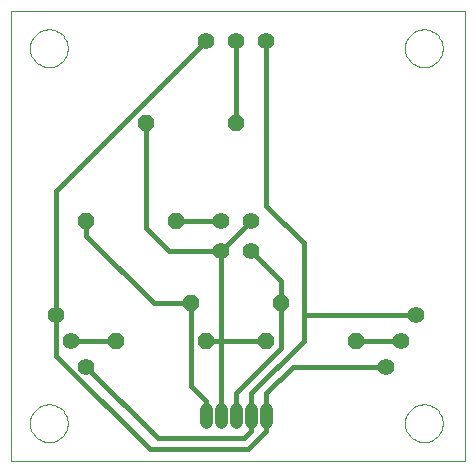
<source format=gbl>
G75*
G70*
%OFA0B0*%
%FSLAX24Y24*%
%IPPOS*%
%LPD*%
%AMOC8*
5,1,8,0,0,1.08239X$1,22.5*
%
%ADD10C,0.0000*%
%ADD11C,0.0551*%
%ADD12OC8,0.0520*%
%ADD13C,0.0560*%
%ADD14C,0.0436*%
%ADD15C,0.0160*%
D10*
X000100Y000100D02*
X000100Y015100D01*
X000100Y015096D02*
X015220Y015096D01*
X015220Y000100D01*
X000100Y000100D01*
X000720Y001350D02*
X000722Y001400D01*
X000728Y001450D01*
X000738Y001499D01*
X000752Y001547D01*
X000769Y001594D01*
X000790Y001639D01*
X000815Y001683D01*
X000843Y001724D01*
X000875Y001763D01*
X000909Y001800D01*
X000946Y001834D01*
X000986Y001864D01*
X001028Y001891D01*
X001072Y001915D01*
X001118Y001936D01*
X001165Y001952D01*
X001213Y001965D01*
X001263Y001974D01*
X001312Y001979D01*
X001363Y001980D01*
X001413Y001977D01*
X001462Y001970D01*
X001511Y001959D01*
X001559Y001944D01*
X001605Y001926D01*
X001650Y001904D01*
X001693Y001878D01*
X001734Y001849D01*
X001773Y001817D01*
X001809Y001782D01*
X001841Y001744D01*
X001871Y001704D01*
X001898Y001661D01*
X001921Y001617D01*
X001940Y001571D01*
X001956Y001523D01*
X001968Y001474D01*
X001976Y001425D01*
X001980Y001375D01*
X001980Y001325D01*
X001976Y001275D01*
X001968Y001226D01*
X001956Y001177D01*
X001940Y001129D01*
X001921Y001083D01*
X001898Y001039D01*
X001871Y000996D01*
X001841Y000956D01*
X001809Y000918D01*
X001773Y000883D01*
X001734Y000851D01*
X001693Y000822D01*
X001650Y000796D01*
X001605Y000774D01*
X001559Y000756D01*
X001511Y000741D01*
X001462Y000730D01*
X001413Y000723D01*
X001363Y000720D01*
X001312Y000721D01*
X001263Y000726D01*
X001213Y000735D01*
X001165Y000748D01*
X001118Y000764D01*
X001072Y000785D01*
X001028Y000809D01*
X000986Y000836D01*
X000946Y000866D01*
X000909Y000900D01*
X000875Y000937D01*
X000843Y000976D01*
X000815Y001017D01*
X000790Y001061D01*
X000769Y001106D01*
X000752Y001153D01*
X000738Y001201D01*
X000728Y001250D01*
X000722Y001300D01*
X000720Y001350D01*
X000720Y013850D02*
X000722Y013900D01*
X000728Y013950D01*
X000738Y013999D01*
X000752Y014047D01*
X000769Y014094D01*
X000790Y014139D01*
X000815Y014183D01*
X000843Y014224D01*
X000875Y014263D01*
X000909Y014300D01*
X000946Y014334D01*
X000986Y014364D01*
X001028Y014391D01*
X001072Y014415D01*
X001118Y014436D01*
X001165Y014452D01*
X001213Y014465D01*
X001263Y014474D01*
X001312Y014479D01*
X001363Y014480D01*
X001413Y014477D01*
X001462Y014470D01*
X001511Y014459D01*
X001559Y014444D01*
X001605Y014426D01*
X001650Y014404D01*
X001693Y014378D01*
X001734Y014349D01*
X001773Y014317D01*
X001809Y014282D01*
X001841Y014244D01*
X001871Y014204D01*
X001898Y014161D01*
X001921Y014117D01*
X001940Y014071D01*
X001956Y014023D01*
X001968Y013974D01*
X001976Y013925D01*
X001980Y013875D01*
X001980Y013825D01*
X001976Y013775D01*
X001968Y013726D01*
X001956Y013677D01*
X001940Y013629D01*
X001921Y013583D01*
X001898Y013539D01*
X001871Y013496D01*
X001841Y013456D01*
X001809Y013418D01*
X001773Y013383D01*
X001734Y013351D01*
X001693Y013322D01*
X001650Y013296D01*
X001605Y013274D01*
X001559Y013256D01*
X001511Y013241D01*
X001462Y013230D01*
X001413Y013223D01*
X001363Y013220D01*
X001312Y013221D01*
X001263Y013226D01*
X001213Y013235D01*
X001165Y013248D01*
X001118Y013264D01*
X001072Y013285D01*
X001028Y013309D01*
X000986Y013336D01*
X000946Y013366D01*
X000909Y013400D01*
X000875Y013437D01*
X000843Y013476D01*
X000815Y013517D01*
X000790Y013561D01*
X000769Y013606D01*
X000752Y013653D01*
X000738Y013701D01*
X000728Y013750D01*
X000722Y013800D01*
X000720Y013850D01*
X013220Y013850D02*
X013222Y013900D01*
X013228Y013950D01*
X013238Y013999D01*
X013252Y014047D01*
X013269Y014094D01*
X013290Y014139D01*
X013315Y014183D01*
X013343Y014224D01*
X013375Y014263D01*
X013409Y014300D01*
X013446Y014334D01*
X013486Y014364D01*
X013528Y014391D01*
X013572Y014415D01*
X013618Y014436D01*
X013665Y014452D01*
X013713Y014465D01*
X013763Y014474D01*
X013812Y014479D01*
X013863Y014480D01*
X013913Y014477D01*
X013962Y014470D01*
X014011Y014459D01*
X014059Y014444D01*
X014105Y014426D01*
X014150Y014404D01*
X014193Y014378D01*
X014234Y014349D01*
X014273Y014317D01*
X014309Y014282D01*
X014341Y014244D01*
X014371Y014204D01*
X014398Y014161D01*
X014421Y014117D01*
X014440Y014071D01*
X014456Y014023D01*
X014468Y013974D01*
X014476Y013925D01*
X014480Y013875D01*
X014480Y013825D01*
X014476Y013775D01*
X014468Y013726D01*
X014456Y013677D01*
X014440Y013629D01*
X014421Y013583D01*
X014398Y013539D01*
X014371Y013496D01*
X014341Y013456D01*
X014309Y013418D01*
X014273Y013383D01*
X014234Y013351D01*
X014193Y013322D01*
X014150Y013296D01*
X014105Y013274D01*
X014059Y013256D01*
X014011Y013241D01*
X013962Y013230D01*
X013913Y013223D01*
X013863Y013220D01*
X013812Y013221D01*
X013763Y013226D01*
X013713Y013235D01*
X013665Y013248D01*
X013618Y013264D01*
X013572Y013285D01*
X013528Y013309D01*
X013486Y013336D01*
X013446Y013366D01*
X013409Y013400D01*
X013375Y013437D01*
X013343Y013476D01*
X013315Y013517D01*
X013290Y013561D01*
X013269Y013606D01*
X013252Y013653D01*
X013238Y013701D01*
X013228Y013750D01*
X013222Y013800D01*
X013220Y013850D01*
X013220Y001350D02*
X013222Y001400D01*
X013228Y001450D01*
X013238Y001499D01*
X013252Y001547D01*
X013269Y001594D01*
X013290Y001639D01*
X013315Y001683D01*
X013343Y001724D01*
X013375Y001763D01*
X013409Y001800D01*
X013446Y001834D01*
X013486Y001864D01*
X013528Y001891D01*
X013572Y001915D01*
X013618Y001936D01*
X013665Y001952D01*
X013713Y001965D01*
X013763Y001974D01*
X013812Y001979D01*
X013863Y001980D01*
X013913Y001977D01*
X013962Y001970D01*
X014011Y001959D01*
X014059Y001944D01*
X014105Y001926D01*
X014150Y001904D01*
X014193Y001878D01*
X014234Y001849D01*
X014273Y001817D01*
X014309Y001782D01*
X014341Y001744D01*
X014371Y001704D01*
X014398Y001661D01*
X014421Y001617D01*
X014440Y001571D01*
X014456Y001523D01*
X014468Y001474D01*
X014476Y001425D01*
X014480Y001375D01*
X014480Y001325D01*
X014476Y001275D01*
X014468Y001226D01*
X014456Y001177D01*
X014440Y001129D01*
X014421Y001083D01*
X014398Y001039D01*
X014371Y000996D01*
X014341Y000956D01*
X014309Y000918D01*
X014273Y000883D01*
X014234Y000851D01*
X014193Y000822D01*
X014150Y000796D01*
X014105Y000774D01*
X014059Y000756D01*
X014011Y000741D01*
X013962Y000730D01*
X013913Y000723D01*
X013863Y000720D01*
X013812Y000721D01*
X013763Y000726D01*
X013713Y000735D01*
X013665Y000748D01*
X013618Y000764D01*
X013572Y000785D01*
X013528Y000809D01*
X013486Y000836D01*
X013446Y000866D01*
X013409Y000900D01*
X013375Y000937D01*
X013343Y000976D01*
X013315Y001017D01*
X013290Y001061D01*
X013269Y001106D01*
X013252Y001153D01*
X013238Y001201D01*
X013228Y001250D01*
X013222Y001300D01*
X013220Y001350D01*
D11*
X012600Y003234D03*
X013100Y004100D03*
X013600Y004966D03*
X008600Y014100D03*
X007600Y014100D03*
X006600Y014100D03*
X001600Y004966D03*
X002100Y004100D03*
X002600Y003234D03*
D12*
X003600Y004100D03*
X006100Y005350D03*
X006600Y004100D03*
X008600Y004100D03*
X009100Y005350D03*
X011600Y004100D03*
X005600Y008100D03*
X002600Y008100D03*
X004600Y011350D03*
X007600Y011350D03*
D13*
X007100Y008100D03*
X008100Y008100D03*
X008100Y007100D03*
X007100Y007100D03*
D14*
X007100Y001818D02*
X007100Y001382D01*
X006600Y001382D02*
X006600Y001818D01*
X007600Y001818D02*
X007600Y001382D01*
X008100Y001382D02*
X008100Y001818D01*
X008600Y001818D02*
X008600Y001382D01*
D15*
X008600Y001600D02*
X008600Y001100D01*
X007975Y000475D01*
X004725Y000475D01*
X001600Y003600D01*
X001600Y004966D01*
X001600Y009100D01*
X006600Y014100D01*
X007600Y014100D02*
X007600Y011350D01*
X008600Y008600D02*
X008600Y014100D01*
X004600Y011350D02*
X004600Y007850D01*
X005350Y007100D01*
X007100Y007100D01*
X007100Y001600D01*
X006600Y001600D02*
X006600Y002100D01*
X006100Y002600D01*
X006100Y005350D01*
X004850Y005350D01*
X002600Y007600D01*
X002600Y008100D01*
X005600Y008100D02*
X007100Y008100D01*
X008100Y008100D02*
X007100Y007100D01*
X007100Y004100D01*
X008600Y004100D01*
X009100Y003850D02*
X007600Y002350D01*
X007600Y001600D01*
X008100Y001600D02*
X008100Y001100D01*
X007850Y000850D01*
X004984Y000850D01*
X002600Y003234D01*
X002100Y004100D02*
X003600Y004100D01*
X006600Y004100D02*
X007100Y004100D01*
X008100Y002350D02*
X009850Y004100D01*
X009850Y004966D01*
X013600Y004966D01*
X013100Y004100D02*
X011600Y004100D01*
X012600Y003234D02*
X009484Y003234D01*
X008600Y002350D01*
X008600Y001600D01*
X008100Y001600D02*
X008100Y002350D01*
X009100Y003850D02*
X009100Y005350D01*
X009100Y006100D01*
X008100Y007100D01*
X008600Y008600D02*
X009850Y007350D01*
X009850Y004966D01*
M02*

</source>
